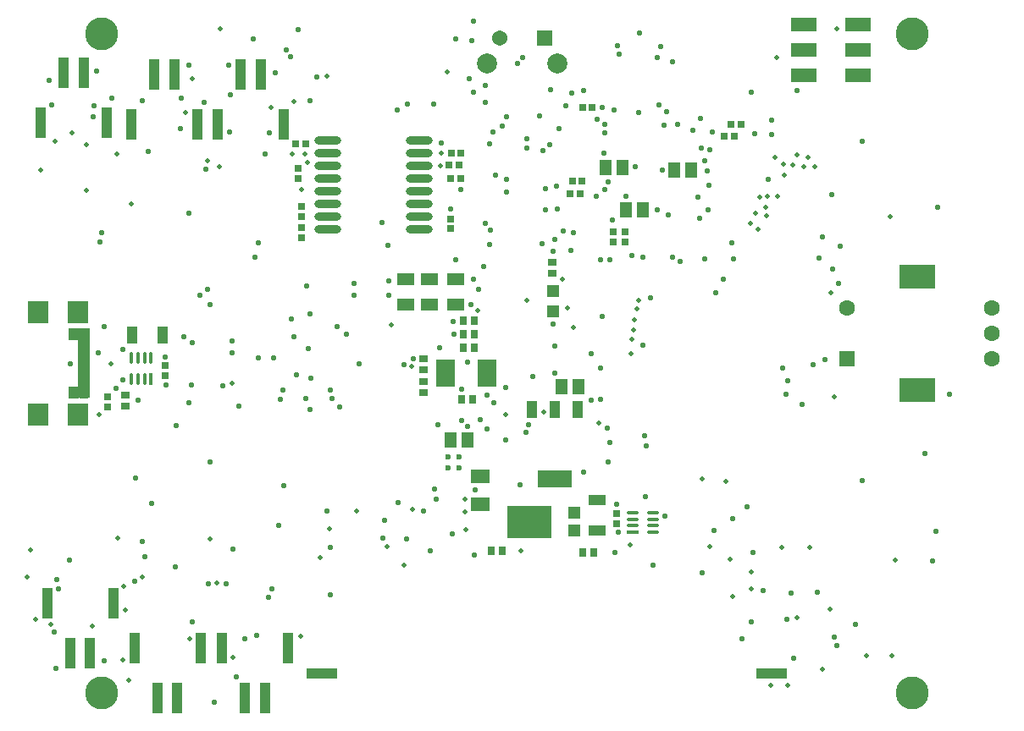
<source format=gbs>
G04*
G04 #@! TF.GenerationSoftware,Altium Limited,Altium Designer,22.1.2 (22)*
G04*
G04 Layer_Color=16711935*
%FSLAX44Y44*%
%MOMM*%
G71*
G04*
G04 #@! TF.SameCoordinates,580B55D7-DBA2-4C77-87B0-4A933D30A280*
G04*
G04*
G04 #@! TF.FilePolarity,Negative*
G04*
G01*
G75*
%ADD28R,0.3750X1.1565*%
G04:AMPARAMS|DCode=29|XSize=1.1565mm|YSize=0.375mm|CornerRadius=0.1875mm|HoleSize=0mm|Usage=FLASHONLY|Rotation=90.000|XOffset=0mm|YOffset=0mm|HoleType=Round|Shape=RoundedRectangle|*
%AMROUNDEDRECTD29*
21,1,1.1565,0.0000,0,0,90.0*
21,1,0.7815,0.3750,0,0,90.0*
1,1,0.3750,0.0000,0.3908*
1,1,0.3750,0.0000,-0.3908*
1,1,0.3750,0.0000,-0.3908*
1,1,0.3750,0.0000,0.3908*
%
%ADD29ROUNDEDRECTD29*%
%ADD63R,0.8500X0.7500*%
%ADD68R,0.7500X0.8500*%
%ADD69R,0.7400X0.6400*%
%ADD80R,0.6400X0.7400*%
%ADD81R,1.0000X1.7500*%
%ADD84R,1.3000X1.2000*%
%ADD85R,1.9000X1.4500*%
%ADD86R,0.7500X0.6500*%
%ADD87R,0.6500X0.7500*%
%ADD95C,0.6500*%
%ADD96R,3.6000X2.4000*%
%ADD97R,1.6000X1.6000*%
%ADD98C,1.6000*%
%ADD99R,1.5400X1.5400*%
%ADD100C,1.5400*%
%ADD101C,2.0000*%
%ADD102C,3.3000*%
%ADD103C,0.5500*%
%ADD104C,0.5000*%
%ADD105C,0.6000*%
%ADD118R,1.1500X0.3000*%
G04:AMPARAMS|DCode=119|XSize=0.6mm|YSize=1.15mm|CornerRadius=0.15mm|HoleSize=0mm|Usage=FLASHONLY|Rotation=90.000|XOffset=0mm|YOffset=0mm|HoleType=Round|Shape=RoundedRectangle|*
%AMROUNDEDRECTD119*
21,1,0.6000,0.8500,0,0,90.0*
21,1,0.3000,1.1500,0,0,90.0*
1,1,0.3000,0.4250,0.1500*
1,1,0.3000,0.4250,-0.1500*
1,1,0.3000,-0.4250,-0.1500*
1,1,0.3000,-0.4250,0.1500*
%
%ADD119ROUNDEDRECTD119*%
G04:AMPARAMS|DCode=120|XSize=0.6mm|YSize=1.1mm|CornerRadius=0.15mm|HoleSize=0mm|Usage=FLASHONLY|Rotation=90.000|XOffset=0mm|YOffset=0mm|HoleType=Round|Shape=RoundedRectangle|*
%AMROUNDEDRECTD120*
21,1,0.6000,0.8000,0,0,90.0*
21,1,0.3000,1.1000,0,0,90.0*
1,1,0.3000,0.4000,0.1500*
1,1,0.3000,0.4000,-0.1500*
1,1,0.3000,-0.4000,-0.1500*
1,1,0.3000,-0.4000,0.1500*
%
%ADD120ROUNDEDRECTD120*%
%ADD121R,2.0000X2.1800*%
%ADD125R,1.1565X0.3750*%
G04:AMPARAMS|DCode=126|XSize=1.1565mm|YSize=0.375mm|CornerRadius=0.1875mm|HoleSize=0mm|Usage=FLASHONLY|Rotation=0.000|XOffset=0mm|YOffset=0mm|HoleType=Round|Shape=RoundedRectangle|*
%AMROUNDEDRECTD126*
21,1,1.1565,0.0000,0,0,0.0*
21,1,0.7815,0.3750,0,0,0.0*
1,1,0.3750,0.3908,0.0000*
1,1,0.3750,-0.3908,0.0000*
1,1,0.3750,-0.3908,0.0000*
1,1,0.3750,0.3908,0.0000*
%
%ADD126ROUNDEDRECTD126*%
%ADD129R,1.7062X1.1544*%
%ADD136R,1.0160X1.2090*%
%ADD137R,1.0160X1.2097*%
%ADD138R,1.1477X6.9907*%
%ADD139R,1.9050X2.7940*%
%ADD140R,2.6400X1.3700*%
%ADD141R,1.1000X3.1000*%
%ADD142R,3.1000X1.1000*%
%ADD143O,1.8000X0.5500*%
%ADD144R,1.3000X1.5000*%
%ADD145R,1.7500X1.0000*%
%ADD146O,2.7000X0.8000*%
%ADD147R,1.2500X1.2000*%
%ADD148R,4.4500X3.3000*%
%ADD149R,3.3500X1.8000*%
%ADD150R,1.1000X1.8000*%
D28*
X129342Y344266D02*
D03*
D29*
X122842D02*
D03*
X116342D02*
D03*
X109842D02*
D03*
Y365283D02*
D03*
X116342D02*
D03*
X122842D02*
D03*
X129342D02*
D03*
D63*
X401643Y353942D02*
D03*
Y364942D02*
D03*
Y330500D02*
D03*
Y341500D02*
D03*
X530583Y461099D02*
D03*
Y450099D02*
D03*
X103884Y317408D02*
D03*
Y328408D02*
D03*
D68*
X452889Y388920D02*
D03*
X441889D02*
D03*
Y375420D02*
D03*
X452889D02*
D03*
X439639Y323920D02*
D03*
X450639D02*
D03*
X441889Y402420D02*
D03*
X452889D02*
D03*
X560500Y171000D02*
D03*
X571500D02*
D03*
X469500Y172000D02*
D03*
X480500D02*
D03*
D69*
X143385Y357525D02*
D03*
Y347525D02*
D03*
X602920Y481406D02*
D03*
Y491406D02*
D03*
X591420Y481406D02*
D03*
Y491406D02*
D03*
X594500Y199670D02*
D03*
Y209670D02*
D03*
X279456Y485448D02*
D03*
Y495448D02*
D03*
X279626Y506904D02*
D03*
Y516904D02*
D03*
X428819Y504674D02*
D03*
Y494674D02*
D03*
X86000Y326616D02*
D03*
Y316616D02*
D03*
D80*
X718883Y598906D02*
D03*
X708883D02*
D03*
X712420Y587406D02*
D03*
X702420D02*
D03*
X548587Y530074D02*
D03*
X558587D02*
D03*
X550420Y542406D02*
D03*
X560420D02*
D03*
X570481Y616345D02*
D03*
X560481D02*
D03*
X438861Y545332D02*
D03*
X428861D02*
D03*
D81*
X110345Y388380D02*
D03*
X140845D02*
D03*
D84*
X530868Y432654D02*
D03*
Y411653D02*
D03*
D85*
X458750Y219000D02*
D03*
Y247000D02*
D03*
D86*
X276500Y555250D02*
D03*
Y545250D02*
D03*
D87*
X284250Y579500D02*
D03*
X274250D02*
D03*
X437519Y558130D02*
D03*
X427519D02*
D03*
X439236Y570560D02*
D03*
X429236D02*
D03*
D95*
X51050Y388900D02*
D03*
Y331100D02*
D03*
D96*
X895000Y333000D02*
D03*
Y447000D02*
D03*
D97*
X825000Y365000D02*
D03*
D98*
Y415000D02*
D03*
X970000Y365000D02*
D03*
Y390000D02*
D03*
Y415000D02*
D03*
D99*
X522500Y685138D02*
D03*
D100*
X477500D02*
D03*
D101*
X535050Y660238D02*
D03*
X464950D02*
D03*
D102*
X80000Y690000D02*
D03*
X890000D02*
D03*
Y30000D02*
D03*
X80000D02*
D03*
D103*
X764500Y104250D02*
D03*
X680500Y150500D02*
D03*
X35250Y143250D02*
D03*
X201000Y337500D02*
D03*
X294750Y646180D02*
D03*
X247250Y591000D02*
D03*
X36604Y134473D02*
D03*
X745939Y544439D02*
D03*
X621049Y378201D02*
D03*
X170750Y101500D02*
D03*
X34000Y54750D02*
D03*
X375750Y613500D02*
D03*
X385750Y619250D02*
D03*
X387923Y533018D02*
D03*
X272000Y386750D02*
D03*
X71750Y606500D02*
D03*
X419500Y580750D02*
D03*
X120750Y623000D02*
D03*
X72500Y617500D02*
D03*
X208250Y629000D02*
D03*
X159500Y625500D02*
D03*
X729500Y101500D02*
D03*
X504000Y290750D02*
D03*
X815250Y77250D02*
D03*
X32500Y91500D02*
D03*
X650500Y466000D02*
D03*
X408500Y172250D02*
D03*
X90500Y625250D02*
D03*
X260750Y333000D02*
D03*
X453750Y233750D02*
D03*
X169293Y338359D02*
D03*
X595500Y677750D02*
D03*
X465250Y328500D02*
D03*
X178000Y427750D02*
D03*
X470998Y591263D02*
D03*
X480750Y597250D02*
D03*
X484250Y606750D02*
D03*
X308750Y333000D02*
D03*
X523750Y513750D02*
D03*
X207500Y591250D02*
D03*
X101250Y343500D02*
D03*
X628500Y425750D02*
D03*
X658200Y462050D02*
D03*
X463750Y500250D02*
D03*
X468250Y493500D02*
D03*
X94500Y335250D02*
D03*
X613250Y556750D02*
D03*
X506500Y298500D02*
D03*
X446000Y296750D02*
D03*
X391250Y364750D02*
D03*
X431750Y402000D02*
D03*
X144250Y338000D02*
D03*
X520750Y573000D02*
D03*
X791500Y359000D02*
D03*
X711250Y464250D02*
D03*
X215000Y46000D02*
D03*
X810750Y454500D02*
D03*
X812500Y86000D02*
D03*
X537250Y594500D02*
D03*
X730750Y170750D02*
D03*
X430250Y189750D02*
D03*
X376500Y220500D02*
D03*
X768750Y130250D02*
D03*
X186250Y139250D02*
D03*
X304989Y212619D02*
D03*
X310190Y324537D02*
D03*
X318016Y316609D02*
D03*
X691936Y192936D02*
D03*
X182651Y621340D02*
D03*
X29592Y618927D02*
D03*
X484000Y335500D02*
D03*
X533087Y350163D02*
D03*
X510538Y346962D02*
D03*
X362500Y203000D02*
D03*
X439463Y302596D02*
D03*
X415750Y298250D02*
D03*
X498070Y238363D02*
D03*
X578550Y323629D02*
D03*
X569250Y323250D02*
D03*
X532596Y377500D02*
D03*
X483455Y283000D02*
D03*
X585233Y294826D02*
D03*
X561583Y251090D02*
D03*
X586039Y261276D02*
D03*
X710307Y204177D02*
D03*
X465615Y294614D02*
D03*
X468090Y478906D02*
D03*
X461865Y456900D02*
D03*
X472164Y320562D02*
D03*
X485042Y531303D02*
D03*
X463550Y621522D02*
D03*
X501061Y665899D02*
D03*
X495348Y660238D02*
D03*
X528739Y634007D02*
D03*
X549953Y630406D02*
D03*
X530868Y399571D02*
D03*
X720000Y84000D02*
D03*
X631373Y158239D02*
D03*
X593020Y171098D02*
D03*
X452889Y168000D02*
D03*
X596750Y190920D02*
D03*
X725000Y216021D02*
D03*
X385000Y184000D02*
D03*
X361465Y185250D02*
D03*
X308638Y175750D02*
D03*
X308630Y128386D02*
D03*
X580359Y615906D02*
D03*
X575359Y603906D02*
D03*
X582649Y599155D02*
D03*
X582920Y590906D02*
D03*
X771514Y65000D02*
D03*
X795761Y130750D02*
D03*
X412812Y233819D02*
D03*
X204322Y139633D02*
D03*
X243606Y569362D02*
D03*
X154688Y298000D02*
D03*
X439639Y334434D02*
D03*
X246704Y125978D02*
D03*
X468011Y579800D02*
D03*
X505000Y584471D02*
D03*
X517448Y607406D02*
D03*
X505000Y575461D02*
D03*
X473870Y548544D02*
D03*
X126296Y571721D02*
D03*
X130259Y219900D02*
D03*
X775000Y633399D02*
D03*
X544068Y617949D02*
D03*
X216747Y317408D02*
D03*
X258908Y323815D02*
D03*
X210439Y370440D02*
D03*
X167407Y320316D02*
D03*
X231465Y684450D02*
D03*
X610359Y467655D02*
D03*
X588220Y463400D02*
D03*
X578596D02*
D03*
X586420Y541748D02*
D03*
X581709Y570648D02*
D03*
X650240Y661677D02*
D03*
X643074Y206744D02*
D03*
X579920Y407212D02*
D03*
X597485Y669225D02*
D03*
X617920Y690340D02*
D03*
X638720Y677438D02*
D03*
X635169Y666010D02*
D03*
X82722Y396630D02*
D03*
X120250Y182015D02*
D03*
X122842Y166750D02*
D03*
X447389Y644750D02*
D03*
X616659Y611079D02*
D03*
X434236Y684917D02*
D03*
X268814Y666960D02*
D03*
X264354Y673720D02*
D03*
X253464Y650677D02*
D03*
X276256Y694131D02*
D03*
X840277Y242500D02*
D03*
X840094Y582500D02*
D03*
X915914Y516000D02*
D03*
X594500Y219314D02*
D03*
X450000Y682850D02*
D03*
X451419Y702150D02*
D03*
X288370Y622451D02*
D03*
X428819Y514162D02*
D03*
X682920Y562406D02*
D03*
X729155Y630905D02*
D03*
X367274Y427706D02*
D03*
Y442654D02*
D03*
X449019Y418532D02*
D03*
X288318Y409677D02*
D03*
X551829Y490938D02*
D03*
X541500Y492423D02*
D03*
X646480Y508906D02*
D03*
X682920Y464349D02*
D03*
X701342Y443778D02*
D03*
X796683Y465608D02*
D03*
X765714Y342500D02*
D03*
X417819Y375420D02*
D03*
X432599Y388920D02*
D03*
X800433Y486406D02*
D03*
X185486Y433777D02*
D03*
X188587Y418383D02*
D03*
X76916Y370858D02*
D03*
X48752Y359799D02*
D03*
X143385Y366442D02*
D03*
X116787Y323153D02*
D03*
X458683Y304000D02*
D03*
X451419Y631500D02*
D03*
X411617Y619545D02*
D03*
X360308Y501115D02*
D03*
X414650Y224000D02*
D03*
X211408Y174357D02*
D03*
X623316Y226874D02*
D03*
X622471Y287500D02*
D03*
X624170Y277500D02*
D03*
X587920Y281124D02*
D03*
X640410Y553467D02*
D03*
X603784Y527406D02*
D03*
X590359Y503648D02*
D03*
X574392Y526874D02*
D03*
X582920Y534031D02*
D03*
X463500Y638406D02*
D03*
X184183Y554656D02*
D03*
X113068Y141659D02*
D03*
X47848Y163500D02*
D03*
X233250Y466574D02*
D03*
X207209Y658750D02*
D03*
X167093Y658500D02*
D03*
X158592Y594927D02*
D03*
X236714Y480456D02*
D03*
X332618Y439560D02*
D03*
Y427995D02*
D03*
X269765Y404648D02*
D03*
X286260Y375150D02*
D03*
X251752Y365775D02*
D03*
X732708Y589706D02*
D03*
X690085Y591346D02*
D03*
X678653Y605398D02*
D03*
X687481Y573879D02*
D03*
X679475Y575461D02*
D03*
X484925Y543788D02*
D03*
X534333Y537705D02*
D03*
X433658Y463400D02*
D03*
X324244Y388920D02*
D03*
X210439Y382487D02*
D03*
X283729Y325000D02*
D03*
X289244Y345093D02*
D03*
X275000Y348934D02*
D03*
X236714Y365775D02*
D03*
X365878Y477641D02*
D03*
X256987Y198199D02*
D03*
X249741Y134485D02*
D03*
X337618Y359684D02*
D03*
X285118Y437435D02*
D03*
X315506Y396518D02*
D03*
X684982Y552976D02*
D03*
X686999Y538087D02*
D03*
X675850Y526345D02*
D03*
X677813Y505170D02*
D03*
X686226Y513583D02*
D03*
X620784Y466044D02*
D03*
X548789Y473136D02*
D03*
X533165Y484276D02*
D03*
X530917Y471877D02*
D03*
X519930Y479839D02*
D03*
X523973Y535015D02*
D03*
X833777Y98464D02*
D03*
X741526Y133000D02*
D03*
X438861Y533898D02*
D03*
X561477Y633399D02*
D03*
X637481Y618953D02*
D03*
X642480Y598002D02*
D03*
X655359Y599155D02*
D03*
X670618Y592805D02*
D03*
X760802Y355283D02*
D03*
X535296Y514202D02*
D03*
X457152Y433612D02*
D03*
X288318Y314158D02*
D03*
X170811Y380266D02*
D03*
X527996Y578906D02*
D03*
X101183Y373942D02*
D03*
X162441Y386602D02*
D03*
X710000Y480936D02*
D03*
X234911Y87778D02*
D03*
X80000Y490448D02*
D03*
X27460Y643000D02*
D03*
X74812Y652500D02*
D03*
X223407Y84000D02*
D03*
X82638Y62220D02*
D03*
X192811Y20562D02*
D03*
X913734Y191706D02*
D03*
X750000Y603467D02*
D03*
X803014Y363824D02*
D03*
X635359Y513382D02*
D03*
X779819Y319000D02*
D03*
X764130Y329094D02*
D03*
X591984Y613906D02*
D03*
X927085Y329094D02*
D03*
X902630Y270000D02*
D03*
X910924Y161886D02*
D03*
X818462Y476840D02*
D03*
X750000Y589000D02*
D03*
X810000Y528467D02*
D03*
X816500Y439852D02*
D03*
X644670Y612251D02*
D03*
X578596Y355283D02*
D03*
X569519Y369641D02*
D03*
X78093Y481381D02*
D03*
X401643Y212581D02*
D03*
X382393Y359000D02*
D03*
X693624Y430654D02*
D03*
X445519Y361275D02*
D03*
X451419Y444050D02*
D03*
X167093Y510000D02*
D03*
X188745Y261301D02*
D03*
X262188Y238000D02*
D03*
X113908Y245015D02*
D03*
X153383Y156235D02*
D03*
D104*
X710750Y127000D02*
D03*
X106750Y43000D02*
D03*
X688250Y177000D02*
D03*
X759500Y175750D02*
D03*
X762000Y548750D02*
D03*
X756000Y527250D02*
D03*
X738000Y526250D02*
D03*
X283000Y569250D02*
D03*
X285750Y561000D02*
D03*
X188250Y184500D02*
D03*
X249250Y616000D02*
D03*
X185500Y563000D02*
D03*
X8500Y173000D02*
D03*
X5250Y146250D02*
D03*
X787500Y175500D02*
D03*
X869500Y67250D02*
D03*
X210500Y339750D02*
D03*
X443500Y224250D02*
D03*
X365500Y176250D02*
D03*
X844500Y67000D02*
D03*
X298000Y165500D02*
D03*
X504780Y423000D02*
D03*
X545963Y415750D02*
D03*
X551533Y396250D02*
D03*
X744500Y507750D02*
D03*
X736000Y494000D02*
D03*
X728415Y500102D02*
D03*
X743529Y516145D02*
D03*
X733500Y510500D02*
D03*
X745843Y527285D02*
D03*
X609000Y369500D02*
D03*
X610288Y383962D02*
D03*
X611250Y393612D02*
D03*
X443320Y211750D02*
D03*
X390250Y357250D02*
D03*
X612375Y403625D02*
D03*
X614723Y414973D02*
D03*
X616529Y423279D02*
D03*
X873250Y162750D02*
D03*
X868250Y507250D02*
D03*
X390279Y214000D02*
D03*
X444320Y193750D02*
D03*
X608250Y178000D02*
D03*
X369250Y398552D02*
D03*
X270750Y569750D02*
D03*
X164000Y611250D02*
D03*
X95500Y569500D02*
D03*
X64350Y578400D02*
D03*
Y533100D02*
D03*
X120250Y146250D02*
D03*
X102250Y137250D02*
D03*
X70250Y97250D02*
D03*
X540500Y444250D02*
D03*
X761877Y559373D02*
D03*
X753007Y566257D02*
D03*
X793273Y556500D02*
D03*
X782134Y556706D02*
D03*
X770994Y558134D02*
D03*
X774680Y568500D02*
D03*
X786250Y566000D02*
D03*
X800323Y53677D02*
D03*
X335000Y212500D02*
D03*
X308000Y194500D02*
D03*
X775117Y105633D02*
D03*
X808000Y114086D02*
D03*
X809000Y430700D02*
D03*
X812750Y326344D02*
D03*
X729250Y151320D02*
D03*
X729500Y134000D02*
D03*
X77785Y308900D02*
D03*
X766000Y37594D02*
D03*
X382500Y158250D02*
D03*
X418750Y558040D02*
D03*
X279626Y533898D02*
D03*
X419750Y570604D02*
D03*
X96250Y184750D02*
D03*
X425750Y651750D02*
D03*
X14250Y104000D02*
D03*
X305057Y646999D02*
D03*
X456045Y412500D02*
D03*
X195500Y140000D02*
D03*
X29000Y99000D02*
D03*
X89200Y359250D02*
D03*
X198750Y694540D02*
D03*
X103750Y113000D02*
D03*
X101000Y63355D02*
D03*
X167750Y84250D02*
D03*
X211000Y66000D02*
D03*
X278657Y87250D02*
D03*
X272250Y621750D02*
D03*
X198000Y557000D02*
D03*
X170750Y644500D02*
D03*
X110000Y519250D02*
D03*
X19062Y553062D02*
D03*
X483500Y309000D02*
D03*
X50250Y590250D02*
D03*
X33125Y582265D02*
D03*
X708500Y163750D02*
D03*
X748750Y38000D02*
D03*
X522250Y311250D02*
D03*
X576535Y299847D02*
D03*
X680250Y244250D02*
D03*
X703750Y241500D02*
D03*
X499000Y172000D02*
D03*
X815000Y695000D02*
D03*
X755000Y666010D02*
D03*
D105*
X426519Y255802D02*
D03*
Y266802D02*
D03*
X437519Y255802D02*
D03*
Y266802D02*
D03*
D118*
X61800Y377500D02*
D03*
Y372500D02*
D03*
Y367500D02*
D03*
Y362500D02*
D03*
Y357500D02*
D03*
Y352500D02*
D03*
Y347500D02*
D03*
Y342500D02*
D03*
D119*
X62000Y384000D02*
D03*
Y336000D02*
D03*
D120*
X62300Y392000D02*
D03*
Y328000D02*
D03*
D121*
X56050Y411100D02*
D03*
Y308900D02*
D03*
X16750Y411100D02*
D03*
Y308900D02*
D03*
D125*
X610517Y190920D02*
D03*
D126*
Y197420D02*
D03*
Y203920D02*
D03*
Y210420D02*
D03*
X631534D02*
D03*
Y203920D02*
D03*
Y197420D02*
D03*
Y190920D02*
D03*
D129*
X407854Y418532D02*
D03*
Y444050D02*
D03*
X383618Y418532D02*
D03*
Y444050D02*
D03*
X433617Y418532D02*
D03*
Y444050D02*
D03*
D136*
X51670Y331095D02*
D03*
D137*
Y388908D02*
D03*
D138*
X61799Y360004D02*
D03*
D139*
X465570Y349934D02*
D03*
X423660D02*
D03*
D140*
X781798Y648600D02*
D03*
X836398D02*
D03*
X781798Y674000D02*
D03*
X836398D02*
D03*
X781798Y699400D02*
D03*
X836398D02*
D03*
D141*
X48459Y70078D02*
D03*
X68459D02*
D03*
X91459Y120078D02*
D03*
X25459D02*
D03*
X135645Y25000D02*
D03*
X155645D02*
D03*
X178645Y75000D02*
D03*
X112645D02*
D03*
X223407Y25000D02*
D03*
X243407D02*
D03*
X266407Y75000D02*
D03*
X200407D02*
D03*
X62062Y650500D02*
D03*
X42062D02*
D03*
X19062Y600500D02*
D03*
X85062D02*
D03*
X152811Y649340D02*
D03*
X132811D02*
D03*
X109811Y599340D02*
D03*
X175811D02*
D03*
X239214Y649340D02*
D03*
X219214D02*
D03*
X196214Y599340D02*
D03*
X262214D02*
D03*
D142*
X750000Y50000D02*
D03*
X300000D02*
D03*
D143*
X465615Y359684D02*
D03*
Y353184D02*
D03*
Y346684D02*
D03*
Y340184D02*
D03*
X423615Y359684D02*
D03*
Y353184D02*
D03*
Y346684D02*
D03*
Y340184D02*
D03*
D144*
X669480Y553467D02*
D03*
X652480D02*
D03*
X428519Y283052D02*
D03*
X445519D02*
D03*
X557000Y336780D02*
D03*
X540000D02*
D03*
X583484Y556345D02*
D03*
X600484D02*
D03*
X620784Y513388D02*
D03*
X603784D02*
D03*
D145*
X575000Y223580D02*
D03*
Y193080D02*
D03*
D146*
X305618Y494448D02*
D03*
Y507148D02*
D03*
Y519848D02*
D03*
Y532548D02*
D03*
Y545248D02*
D03*
Y557948D02*
D03*
Y570648D02*
D03*
Y583348D02*
D03*
X397617Y494448D02*
D03*
Y507148D02*
D03*
Y519848D02*
D03*
Y532548D02*
D03*
Y545248D02*
D03*
Y557948D02*
D03*
Y570648D02*
D03*
Y583348D02*
D03*
D147*
X552115Y210124D02*
D03*
Y192624D02*
D03*
D148*
X507615Y201374D02*
D03*
D149*
X533000Y244500D02*
D03*
D150*
X556000Y313500D02*
D03*
X533000D02*
D03*
X510000D02*
D03*
M02*

</source>
